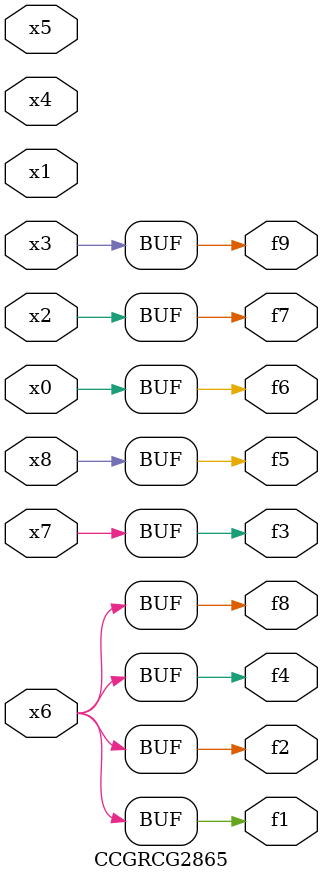
<source format=v>
module CCGRCG2865(
	input x0, x1, x2, x3, x4, x5, x6, x7, x8,
	output f1, f2, f3, f4, f5, f6, f7, f8, f9
);
	assign f1 = x6;
	assign f2 = x6;
	assign f3 = x7;
	assign f4 = x6;
	assign f5 = x8;
	assign f6 = x0;
	assign f7 = x2;
	assign f8 = x6;
	assign f9 = x3;
endmodule

</source>
